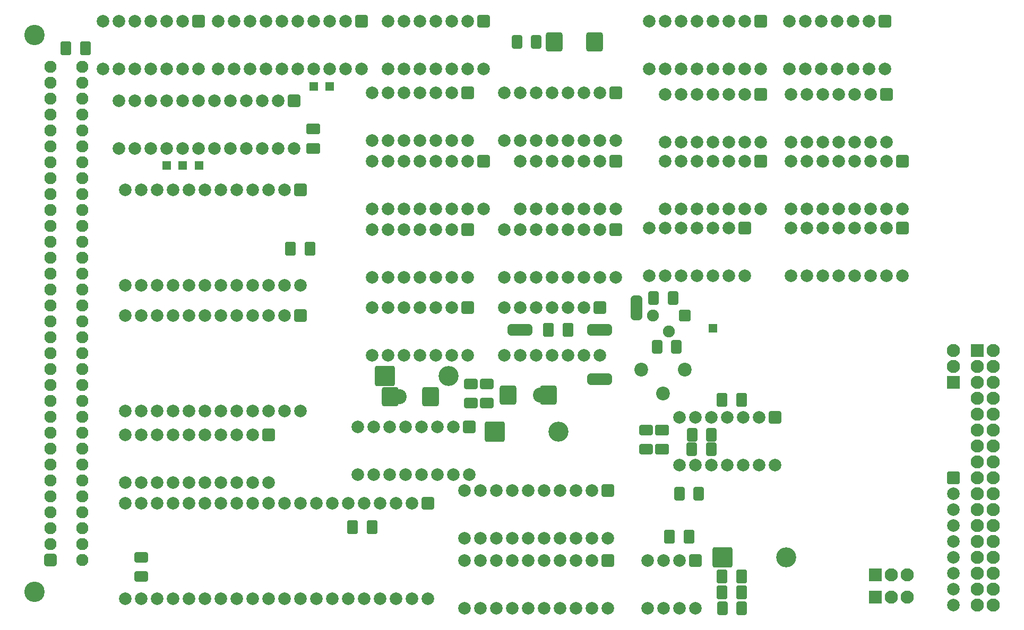
<source format=gbr>
G04 #@! TF.GenerationSoftware,KiCad,Pcbnew,9.0.4-9.0.4-0~ubuntu22.04.1*
G04 #@! TF.CreationDate,2025-09-10T11:35:59+02:00*
G04 #@! TF.ProjectId,Exorset_Floppy,45786f72-7365-4745-9f46-6c6f7070792e,rev?*
G04 #@! TF.SameCoordinates,Original*
G04 #@! TF.FileFunction,Soldermask,Bot*
G04 #@! TF.FilePolarity,Negative*
%FSLAX46Y46*%
G04 Gerber Fmt 4.6, Leading zero omitted, Abs format (unit mm)*
G04 Created by KiCad (PCBNEW 9.0.4-9.0.4-0~ubuntu22.04.1) date 2025-09-10 11:35:59*
%MOMM*%
%LPD*%
G01*
G04 APERTURE LIST*
G04 Aperture macros list*
%AMRoundRect*
0 Rectangle with rounded corners*
0 $1 Rounding radius*
0 $2 $3 $4 $5 $6 $7 $8 $9 X,Y pos of 4 corners*
0 Add a 4 corners polygon primitive as box body*
4,1,4,$2,$3,$4,$5,$6,$7,$8,$9,$2,$3,0*
0 Add four circle primitives for the rounded corners*
1,1,$1+$1,$2,$3*
1,1,$1+$1,$4,$5*
1,1,$1+$1,$6,$7*
1,1,$1+$1,$8,$9*
0 Add four rect primitives between the rounded corners*
20,1,$1+$1,$2,$3,$4,$5,0*
20,1,$1+$1,$4,$5,$6,$7,0*
20,1,$1+$1,$6,$7,$8,$9,0*
20,1,$1+$1,$8,$9,$2,$3,0*%
%AMFreePoly0*
4,1,43,0.636777,0.930194,0.706366,0.874698,0.744986,0.794504,0.750000,0.750000,0.750000,-0.750000,0.730194,-0.836777,0.674698,-0.906366,0.594504,-0.944986,0.550000,-0.950000,0.000000,-0.950000,-0.018743,-0.945722,-0.065263,-0.945722,-0.117026,-0.938907,-0.243105,-0.905125,-0.291342,-0.885145,-0.404381,-0.819882,-0.445802,-0.788098,-0.538098,-0.695802,-0.569882,-0.654381,-0.635145,-0.541342,
-0.655125,-0.493105,-0.688907,-0.367026,-0.695722,-0.315263,-0.695722,-0.287971,-0.700000,-0.250000,-0.700000,0.250000,-0.695722,0.268743,-0.695722,0.315263,-0.688907,0.367026,-0.655125,0.493105,-0.635145,0.541342,-0.569882,0.654381,-0.538098,0.695802,-0.445802,0.788098,-0.404381,0.819882,-0.291342,0.885145,-0.243105,0.905125,-0.117026,0.938907,-0.065263,0.945722,-0.037971,0.945722,
0.000000,0.950000,0.550000,0.950000,0.636777,0.930194,0.636777,0.930194,$1*%
%AMFreePoly1*
4,1,43,0.018743,0.945722,0.065263,0.945722,0.117026,0.938907,0.243105,0.905125,0.291342,0.885145,0.404381,0.819882,0.445802,0.788098,0.538098,0.695802,0.569882,0.654381,0.635145,0.541342,0.655125,0.493105,0.688907,0.367026,0.695722,0.315263,0.695722,0.287971,0.700000,0.250000,0.700000,-0.250000,0.695722,-0.268743,0.695722,-0.315263,0.688907,-0.367026,0.655125,-0.493105,
0.635145,-0.541342,0.569882,-0.654381,0.538098,-0.695802,0.445802,-0.788098,0.404381,-0.819882,0.291342,-0.885145,0.243105,-0.905125,0.117026,-0.938907,0.065263,-0.945722,0.037971,-0.945722,0.000000,-0.950000,-0.550000,-0.950000,-0.636777,-0.930194,-0.706366,-0.874698,-0.744986,-0.794504,-0.750000,-0.750000,-0.750000,0.750000,-0.730194,0.836777,-0.674698,0.906366,-0.594504,0.944986,
-0.550000,0.950000,0.000000,0.950000,0.018743,0.945722,0.018743,0.945722,$1*%
G04 Aperture macros list end*
%ADD10RoundRect,0.200000X0.500000X-0.500000X0.500000X0.500000X-0.500000X0.500000X-0.500000X-0.500000X0*%
%ADD11RoundRect,0.316667X0.633333X0.633333X-0.633333X0.633333X-0.633333X-0.633333X0.633333X-0.633333X0*%
%ADD12C,1.900000*%
%ADD13C,2.000000*%
%ADD14RoundRect,0.312500X-0.687500X0.687500X-0.687500X-0.687500X0.687500X-0.687500X0.687500X0.687500X0*%
%ADD15RoundRect,0.285715X-1.314285X-1.314285X1.314285X-1.314285X1.314285X1.314285X-1.314285X1.314285X0*%
%ADD16C,3.200000*%
%ADD17RoundRect,0.200000X0.850000X-0.850000X0.850000X0.850000X-0.850000X0.850000X-0.850000X-0.850000X0*%
%ADD18C,2.100000*%
%ADD19RoundRect,0.200000X0.850000X0.850000X-0.850000X0.850000X-0.850000X-0.850000X0.850000X-0.850000X0*%
%ADD20C,2.200000*%
%ADD21RoundRect,0.300000X0.900000X0.900000X-0.900000X0.900000X-0.900000X-0.900000X0.900000X-0.900000X0*%
%ADD22C,2.400000*%
%ADD23RoundRect,0.200000X-0.850000X-0.850000X0.850000X-0.850000X0.850000X0.850000X-0.850000X0.850000X0*%
%ADD24C,3.250000*%
%ADD25RoundRect,0.314516X0.660484X-0.660484X0.660484X0.660484X-0.660484X0.660484X-0.660484X-0.660484X0*%
%ADD26C,1.950000*%
%ADD27RoundRect,0.300000X-0.900000X-0.900000X0.900000X-0.900000X0.900000X0.900000X-0.900000X0.900000X0*%
%ADD28RoundRect,0.200000X-0.500000X-0.500000X0.500000X-0.500000X0.500000X0.500000X-0.500000X0.500000X0*%
%ADD29RoundRect,0.200000X-0.800000X0.800000X-0.800000X-0.800000X0.800000X-0.800000X0.800000X0.800000X0*%
%ADD30RoundRect,0.326924X-0.748076X0.523076X-0.748076X-0.523076X0.748076X-0.523076X0.748076X0.523076X0*%
%ADD31FreePoly0,0.000000*%
%ADD32RoundRect,0.200000X-0.500000X-0.750000X0.500000X-0.750000X0.500000X0.750000X-0.500000X0.750000X0*%
%ADD33FreePoly1,0.000000*%
%ADD34FreePoly0,90.000000*%
%ADD35RoundRect,0.200000X0.750000X-0.500000X0.750000X0.500000X-0.750000X0.500000X-0.750000X-0.500000X0*%
%ADD36FreePoly1,90.000000*%
%ADD37RoundRect,0.326924X0.523076X0.748076X-0.523076X0.748076X-0.523076X-0.748076X0.523076X-0.748076X0*%
%ADD38RoundRect,0.325471X-0.537029X-0.774529X0.537029X-0.774529X0.537029X0.774529X-0.537029X0.774529X0*%
%ADD39RoundRect,0.325471X-0.774529X0.537029X-0.774529X-0.537029X0.774529X-0.537029X0.774529X0.537029X0*%
%ADD40RoundRect,0.325471X0.774529X-0.537029X0.774529X0.537029X-0.774529X0.537029X-0.774529X-0.537029X0*%
%ADD41RoundRect,0.326924X-0.523076X-0.748076X0.523076X-0.748076X0.523076X0.748076X-0.523076X0.748076X0*%
%ADD42RoundRect,0.294545X-1.027955X-1.200455X1.027955X-1.200455X1.027955X1.200455X-1.027955X1.200455X0*%
%ADD43RoundRect,0.294545X1.027955X1.200455X-1.027955X1.200455X-1.027955X-1.200455X1.027955X-1.200455X0*%
%ADD44RoundRect,0.325471X0.537029X0.774529X-0.537029X0.774529X-0.537029X-0.774529X0.537029X-0.774529X0*%
G04 APERTURE END LIST*
G36*
X152128000Y-103366000D02*
G01*
X153628000Y-103366000D01*
X153628000Y-101866000D01*
X152128000Y-101866000D01*
X152128000Y-103366000D01*
G37*
G36*
X159500000Y-99840000D02*
G01*
X158000000Y-99840000D01*
X158000000Y-98340000D01*
X159500000Y-98340000D01*
X159500000Y-99840000D01*
G37*
G36*
X152128000Y-111240000D02*
G01*
X153628000Y-111240000D01*
X153628000Y-109740000D01*
X152128000Y-109740000D01*
X152128000Y-111240000D01*
G37*
G36*
X139428000Y-103366000D02*
G01*
X140928000Y-103366000D01*
X140928000Y-101866000D01*
X139428000Y-101866000D01*
X139428000Y-103366000D01*
G37*
D10*
X89027000Y-76327000D03*
X86360000Y-76327000D03*
X83820000Y-76327000D03*
D11*
X166497000Y-100330000D03*
D12*
X163957000Y-102870000D03*
X161417000Y-100330000D03*
D13*
X134366000Y-60960000D03*
X131826000Y-60960000D03*
X129286000Y-60960000D03*
X126746000Y-60960000D03*
X124206000Y-60960000D03*
X121666000Y-60960000D03*
X119126000Y-60960000D03*
X119126000Y-53340000D03*
X121666000Y-53340000D03*
X124206000Y-53340000D03*
X126746000Y-53340000D03*
X129286000Y-53340000D03*
X131826000Y-53340000D03*
D14*
X134366000Y-53340000D03*
X114935000Y-53345000D03*
D13*
X112395000Y-53345000D03*
X109855000Y-53345000D03*
X107315000Y-53345000D03*
X104775000Y-53345000D03*
X102235000Y-53345000D03*
X99695000Y-53345000D03*
X97155000Y-53345000D03*
X94615000Y-53345000D03*
X92075000Y-53345000D03*
X92075000Y-60965000D03*
X94615000Y-60965000D03*
X97155000Y-60965000D03*
X99695000Y-60965000D03*
X102235000Y-60965000D03*
X104775000Y-60965000D03*
X107315000Y-60965000D03*
X109855000Y-60965000D03*
X112395000Y-60965000D03*
X114935000Y-60965000D03*
D10*
X109855000Y-63754000D03*
X107315000Y-63754000D03*
D15*
X118618000Y-109982000D03*
D16*
X128778000Y-109982000D03*
D14*
X134366000Y-75692000D03*
D13*
X131826000Y-75692000D03*
X129286000Y-75692000D03*
X126746000Y-75692000D03*
X124206000Y-75692000D03*
X121666000Y-75692000D03*
X119126000Y-75692000D03*
X116586000Y-75692000D03*
X116586000Y-83312000D03*
X119126000Y-83312000D03*
X121666000Y-83312000D03*
X124206000Y-83312000D03*
X126746000Y-83312000D03*
X129286000Y-83312000D03*
X131826000Y-83312000D03*
X134366000Y-83312000D03*
D17*
X196850000Y-141732000D03*
D18*
X199390000Y-141732000D03*
X201930000Y-141732000D03*
D14*
X155448000Y-86614000D03*
D13*
X152908000Y-86614000D03*
X150368000Y-86614000D03*
X147828000Y-86614000D03*
X145288000Y-86614000D03*
X142748000Y-86614000D03*
X140208000Y-86614000D03*
X137668000Y-86614000D03*
X137668000Y-94234000D03*
X140208000Y-94234000D03*
X142748000Y-94234000D03*
X145288000Y-94234000D03*
X147828000Y-94234000D03*
X150368000Y-94234000D03*
X152908000Y-94234000D03*
X155448000Y-94234000D03*
D15*
X172466000Y-138938000D03*
D16*
X182626000Y-138938000D03*
D14*
X176022000Y-86360000D03*
D13*
X173482000Y-86360000D03*
X170942000Y-86360000D03*
X168402000Y-86360000D03*
X165862000Y-86360000D03*
X163322000Y-86360000D03*
X160782000Y-86360000D03*
X160782000Y-93980000D03*
X163322000Y-93980000D03*
X165862000Y-93980000D03*
X168402000Y-93980000D03*
X170942000Y-93980000D03*
X173482000Y-93980000D03*
X176022000Y-93980000D03*
D15*
X136144000Y-118872000D03*
D16*
X146304000Y-118872000D03*
D14*
X198628000Y-65024000D03*
D13*
X196088000Y-65024000D03*
X193548000Y-65024000D03*
X191008000Y-65024000D03*
X188468000Y-65024000D03*
X185928000Y-65024000D03*
X183388000Y-65024000D03*
X183388000Y-72644000D03*
X185928000Y-72644000D03*
X188468000Y-72644000D03*
X191008000Y-72644000D03*
X193548000Y-72644000D03*
X196088000Y-72644000D03*
X198628000Y-72644000D03*
D19*
X209296000Y-110998000D03*
D18*
X209296000Y-108458000D03*
X209296000Y-105918000D03*
D14*
X168148000Y-139451000D03*
D13*
X165608000Y-139451000D03*
X163068000Y-139451000D03*
X160528000Y-139451000D03*
X160528000Y-147071000D03*
X163068000Y-147071000D03*
X165608000Y-147071000D03*
X168148000Y-147071000D03*
D20*
X163004500Y-112776000D03*
X166497000Y-108966000D03*
X159512000Y-108966000D03*
D14*
X131826000Y-99060000D03*
D13*
X129286000Y-99060000D03*
X126746000Y-99060000D03*
X124206000Y-99060000D03*
X121666000Y-99060000D03*
X119126000Y-99060000D03*
X116586000Y-99060000D03*
X116586000Y-106680000D03*
X119126000Y-106680000D03*
X121666000Y-106680000D03*
X124206000Y-106680000D03*
X126746000Y-106680000D03*
X129286000Y-106680000D03*
X131826000Y-106680000D03*
D14*
X178562000Y-53340000D03*
D13*
X176022000Y-53340000D03*
X173482000Y-53340000D03*
X170942000Y-53340000D03*
X168402000Y-53340000D03*
X165862000Y-53340000D03*
X163322000Y-53340000D03*
X160782000Y-53340000D03*
X160782000Y-60960000D03*
X163322000Y-60960000D03*
X165862000Y-60960000D03*
X168402000Y-60960000D03*
X170942000Y-60960000D03*
X173482000Y-60960000D03*
X176022000Y-60960000D03*
X178562000Y-60960000D03*
D14*
X201168000Y-86360000D03*
D13*
X198628000Y-86360000D03*
X196088000Y-86360000D03*
X193548000Y-86360000D03*
X191008000Y-86360000D03*
X188468000Y-86360000D03*
X185928000Y-86360000D03*
X183388000Y-86360000D03*
X183388000Y-93980000D03*
X185928000Y-93980000D03*
X188468000Y-93980000D03*
X191008000Y-93980000D03*
X193548000Y-93980000D03*
X196088000Y-93980000D03*
X198628000Y-93980000D03*
X201168000Y-93980000D03*
D14*
X154178000Y-128270000D03*
D13*
X151638000Y-128270000D03*
X149098000Y-128270000D03*
X146558000Y-128270000D03*
X144018000Y-128270000D03*
X141478000Y-128270000D03*
X138938000Y-128270000D03*
X136398000Y-128270000D03*
X133858000Y-128270000D03*
X131318000Y-128270000D03*
X131318000Y-135890000D03*
X133858000Y-135890000D03*
X136398000Y-135890000D03*
X138938000Y-135890000D03*
X141478000Y-135890000D03*
X144018000Y-135890000D03*
X146558000Y-135890000D03*
X149098000Y-135890000D03*
X151638000Y-135890000D03*
X154178000Y-135890000D03*
D14*
X100076000Y-119385000D03*
D13*
X97536000Y-119385000D03*
X94996000Y-119385000D03*
X92456000Y-119385000D03*
X89916000Y-119385000D03*
X87376000Y-119385000D03*
X84836000Y-119385000D03*
X82296000Y-119385000D03*
X79756000Y-119385000D03*
X77216000Y-119385000D03*
X77216000Y-127005000D03*
X79756000Y-127005000D03*
X82296000Y-127005000D03*
X84836000Y-127005000D03*
X87376000Y-127005000D03*
X89916000Y-127005000D03*
X92456000Y-127005000D03*
X94996000Y-127005000D03*
X97536000Y-127005000D03*
X100076000Y-127005000D03*
D14*
X132080000Y-118110000D03*
D13*
X129540000Y-118110000D03*
X127000000Y-118110000D03*
X124460000Y-118110000D03*
X121920000Y-118110000D03*
X119380000Y-118110000D03*
X116840000Y-118110000D03*
X114300000Y-118110000D03*
X114300000Y-125730000D03*
X116840000Y-125730000D03*
X119380000Y-125730000D03*
X121920000Y-125730000D03*
X124460000Y-125730000D03*
X127000000Y-125730000D03*
X129540000Y-125730000D03*
X132080000Y-125730000D03*
D14*
X178562000Y-65024000D03*
D13*
X176022000Y-65024000D03*
X173482000Y-65024000D03*
X170942000Y-65024000D03*
X168402000Y-65024000D03*
X165862000Y-65024000D03*
X163322000Y-65024000D03*
X163322000Y-72644000D03*
X165862000Y-72644000D03*
X168402000Y-72644000D03*
X170942000Y-72644000D03*
X173482000Y-72644000D03*
X176022000Y-72644000D03*
X178562000Y-72644000D03*
D14*
X125476000Y-130302000D03*
D13*
X122936000Y-130302000D03*
X120396000Y-130302000D03*
X117856000Y-130302000D03*
X115316000Y-130302000D03*
X112776000Y-130302000D03*
X110236000Y-130302000D03*
X107696000Y-130302000D03*
X105156000Y-130302000D03*
X102616000Y-130302000D03*
X100076000Y-130302000D03*
X97536000Y-130302000D03*
X94996000Y-130302000D03*
X92456000Y-130302000D03*
X89916000Y-130302000D03*
X87376000Y-130302000D03*
X84836000Y-130302000D03*
X82296000Y-130302000D03*
X79756000Y-130302000D03*
X77216000Y-130302000D03*
X77216000Y-145542000D03*
X79756000Y-145542000D03*
X82296000Y-145542000D03*
X84836000Y-145542000D03*
X87376000Y-145542000D03*
X89916000Y-145542000D03*
X92456000Y-145542000D03*
X94996000Y-145542000D03*
X97536000Y-145542000D03*
X100076000Y-145542000D03*
X102616000Y-145542000D03*
X105156000Y-145542000D03*
X107696000Y-145542000D03*
X110236000Y-145542000D03*
X112776000Y-145542000D03*
X115316000Y-145542000D03*
X117856000Y-145542000D03*
X120396000Y-145542000D03*
X122936000Y-145542000D03*
X125476000Y-145542000D03*
D14*
X155448000Y-75692000D03*
D13*
X152908000Y-75692000D03*
X150368000Y-75692000D03*
X147828000Y-75692000D03*
X145288000Y-75692000D03*
X142748000Y-75692000D03*
X140208000Y-75692000D03*
X140208000Y-83312000D03*
X142748000Y-83312000D03*
X145288000Y-83312000D03*
X147828000Y-83312000D03*
X150368000Y-83312000D03*
X152908000Y-83312000D03*
X155448000Y-83312000D03*
D21*
X125889500Y-113284000D03*
D22*
X120889500Y-113284000D03*
D14*
X152908000Y-99060000D03*
D13*
X150368000Y-99060000D03*
X147828000Y-99060000D03*
X145288000Y-99060000D03*
X142748000Y-99060000D03*
X140208000Y-99060000D03*
X137668000Y-99060000D03*
X137668000Y-106680000D03*
X140208000Y-106680000D03*
X142748000Y-106680000D03*
X145288000Y-106680000D03*
X147828000Y-106680000D03*
X150368000Y-106680000D03*
X152908000Y-106680000D03*
D14*
X178562000Y-75692000D03*
D13*
X176022000Y-75692000D03*
X173482000Y-75692000D03*
X170942000Y-75692000D03*
X168402000Y-75692000D03*
X165862000Y-75692000D03*
X163322000Y-75692000D03*
X163322000Y-83312000D03*
X165862000Y-83312000D03*
X168402000Y-83312000D03*
X170942000Y-83312000D03*
X173482000Y-83312000D03*
X176022000Y-83312000D03*
X178562000Y-83312000D03*
D23*
X213106000Y-105918000D03*
D18*
X215646000Y-105918000D03*
X213106000Y-108458000D03*
X215646000Y-108458000D03*
X213106000Y-110998000D03*
X215646000Y-110998000D03*
X213106000Y-113538000D03*
X215646000Y-113538000D03*
X213106000Y-116078000D03*
X215646000Y-116078000D03*
X213106000Y-118618000D03*
X215646000Y-118618000D03*
X213106000Y-121158000D03*
X215646000Y-121158000D03*
X213106000Y-123698000D03*
X215646000Y-123698000D03*
X213106000Y-126238000D03*
X215646000Y-126238000D03*
X213106000Y-128778000D03*
X215646000Y-128778000D03*
X213106000Y-131318000D03*
X215646000Y-131318000D03*
X213106000Y-133858000D03*
X215646000Y-133858000D03*
X213106000Y-136398000D03*
X215646000Y-136398000D03*
X213106000Y-138938000D03*
X215646000Y-138938000D03*
X213106000Y-141478000D03*
X215646000Y-141478000D03*
X213106000Y-144018000D03*
X215646000Y-144018000D03*
X213106000Y-146558000D03*
X215646000Y-146558000D03*
D14*
X131826000Y-86614000D03*
D13*
X129286000Y-86614000D03*
X126746000Y-86614000D03*
X124206000Y-86614000D03*
X121666000Y-86614000D03*
X119126000Y-86614000D03*
X116586000Y-86614000D03*
X116586000Y-94234000D03*
X119126000Y-94234000D03*
X121666000Y-94234000D03*
X124206000Y-94234000D03*
X126746000Y-94234000D03*
X129286000Y-94234000D03*
X131826000Y-94234000D03*
D14*
X198374000Y-53340000D03*
D13*
X195834000Y-53340000D03*
X193294000Y-53340000D03*
X190754000Y-53340000D03*
X188214000Y-53340000D03*
X185674000Y-53340000D03*
X183134000Y-53340000D03*
X183134000Y-60960000D03*
X185674000Y-60960000D03*
X188214000Y-60960000D03*
X190754000Y-60960000D03*
X193294000Y-60960000D03*
X195834000Y-60960000D03*
X198374000Y-60960000D03*
D24*
X62760000Y-144453000D03*
X62760000Y-55553000D03*
D25*
X65300000Y-139373000D03*
D26*
X65300000Y-136833000D03*
X65300000Y-134293000D03*
X65300000Y-131753000D03*
X65300000Y-129213000D03*
X65300000Y-126673000D03*
X65300000Y-124133000D03*
X65300000Y-121593000D03*
X65300000Y-119053000D03*
X65300000Y-116513000D03*
X65300000Y-113973000D03*
X65300000Y-111433000D03*
X65300000Y-108893000D03*
X65300000Y-106353000D03*
X65300000Y-103813000D03*
X65300000Y-101273000D03*
X65300000Y-98733000D03*
X65300000Y-96193000D03*
X65300000Y-93653000D03*
X65300000Y-91113000D03*
X65300000Y-88573000D03*
X65300000Y-86033000D03*
X65300000Y-83493000D03*
X65300000Y-80953000D03*
X65300000Y-78413000D03*
X65300000Y-75873000D03*
X65300000Y-73333000D03*
X65300000Y-70793000D03*
X65300000Y-68253000D03*
X65300000Y-65713000D03*
X65300000Y-63173000D03*
X65300000Y-60633000D03*
X70380000Y-139373000D03*
X70380000Y-136833000D03*
X70380000Y-134293000D03*
X70380000Y-131753000D03*
X70380000Y-129213000D03*
X70380000Y-126673000D03*
X70380000Y-124133000D03*
X70380000Y-121593000D03*
X70380000Y-119053000D03*
X70380000Y-116513000D03*
X70380000Y-113973000D03*
X70380000Y-111433000D03*
X70380000Y-108893000D03*
X70380000Y-106353000D03*
X70380000Y-103813000D03*
X70380000Y-101273000D03*
X70380000Y-98733000D03*
X70380000Y-96193000D03*
X70380000Y-93653000D03*
X70380000Y-91113000D03*
X70380000Y-88573000D03*
X70380000Y-86033000D03*
X70380000Y-83493000D03*
X70380000Y-80953000D03*
X70380000Y-78413000D03*
X70380000Y-75873000D03*
X70380000Y-73333000D03*
X70380000Y-70793000D03*
X70380000Y-68253000D03*
X70380000Y-65713000D03*
X70380000Y-63173000D03*
X70380000Y-60633000D03*
D27*
X138430000Y-113030000D03*
D22*
X143430000Y-113030000D03*
D14*
X180848000Y-116586000D03*
D13*
X178308000Y-116586000D03*
X175768000Y-116586000D03*
X173228000Y-116586000D03*
X170688000Y-116586000D03*
X168148000Y-116586000D03*
X165608000Y-116586000D03*
X165608000Y-124206000D03*
X168148000Y-124206000D03*
X170688000Y-124206000D03*
X173228000Y-124206000D03*
X175768000Y-124206000D03*
X178308000Y-124206000D03*
X180848000Y-124206000D03*
D17*
X196850000Y-145288000D03*
D18*
X199390000Y-145288000D03*
X201930000Y-145288000D03*
D14*
X105156000Y-80264000D03*
D13*
X102616000Y-80264000D03*
X100076000Y-80264000D03*
X97536000Y-80264000D03*
X94996000Y-80264000D03*
X92456000Y-80264000D03*
X89916000Y-80264000D03*
X87376000Y-80264000D03*
X84836000Y-80264000D03*
X82296000Y-80264000D03*
X79756000Y-80264000D03*
X77216000Y-80264000D03*
X77216000Y-95504000D03*
X79756000Y-95504000D03*
X82296000Y-95504000D03*
X84836000Y-95504000D03*
X87376000Y-95504000D03*
X89916000Y-95504000D03*
X92456000Y-95504000D03*
X94996000Y-95504000D03*
X97536000Y-95504000D03*
X100076000Y-95504000D03*
X102616000Y-95504000D03*
X105156000Y-95504000D03*
D14*
X201168000Y-75697000D03*
D13*
X198628000Y-75697000D03*
X196088000Y-75697000D03*
X193548000Y-75697000D03*
X191008000Y-75697000D03*
X188468000Y-75697000D03*
X185928000Y-75697000D03*
X183388000Y-75697000D03*
X183388000Y-83317000D03*
X185928000Y-83317000D03*
X188468000Y-83317000D03*
X191008000Y-83317000D03*
X193548000Y-83317000D03*
X196088000Y-83317000D03*
X198628000Y-83317000D03*
X201168000Y-83317000D03*
D14*
X105156000Y-100330000D03*
D13*
X102616000Y-100330000D03*
X100076000Y-100330000D03*
X97536000Y-100330000D03*
X94996000Y-100330000D03*
X92456000Y-100330000D03*
X89916000Y-100330000D03*
X87376000Y-100330000D03*
X84836000Y-100330000D03*
X82296000Y-100330000D03*
X79756000Y-100330000D03*
X77216000Y-100330000D03*
X77216000Y-115570000D03*
X79756000Y-115570000D03*
X82296000Y-115570000D03*
X84836000Y-115570000D03*
X87376000Y-115570000D03*
X89916000Y-115570000D03*
X92456000Y-115570000D03*
X94996000Y-115570000D03*
X97536000Y-115570000D03*
X100076000Y-115570000D03*
X102616000Y-115570000D03*
X105156000Y-115570000D03*
D14*
X154178000Y-139446000D03*
D13*
X151638000Y-139446000D03*
X149098000Y-139446000D03*
X146558000Y-139446000D03*
X144018000Y-139446000D03*
X141478000Y-139446000D03*
X138938000Y-139446000D03*
X136398000Y-139446000D03*
X133858000Y-139446000D03*
X131318000Y-139446000D03*
X131318000Y-147066000D03*
X133858000Y-147066000D03*
X136398000Y-147066000D03*
X138938000Y-147066000D03*
X141478000Y-147066000D03*
X144018000Y-147066000D03*
X146558000Y-147066000D03*
X149098000Y-147066000D03*
X151638000Y-147066000D03*
X154178000Y-147066000D03*
D28*
X170942000Y-102362000D03*
D14*
X131826000Y-64770000D03*
D13*
X129286000Y-64770000D03*
X126746000Y-64770000D03*
X124206000Y-64770000D03*
X121666000Y-64770000D03*
X119126000Y-64770000D03*
X116586000Y-64770000D03*
X116586000Y-72390000D03*
X119126000Y-72390000D03*
X121666000Y-72390000D03*
X124206000Y-72390000D03*
X126746000Y-72390000D03*
X129286000Y-72390000D03*
X131826000Y-72390000D03*
D14*
X155448000Y-64770000D03*
D13*
X152908000Y-64770000D03*
X150368000Y-64770000D03*
X147828000Y-64770000D03*
X145288000Y-64770000D03*
X142748000Y-64770000D03*
X140208000Y-64770000D03*
X137668000Y-64770000D03*
X137668000Y-72390000D03*
X140208000Y-72390000D03*
X142748000Y-72390000D03*
X145288000Y-72390000D03*
X147828000Y-72390000D03*
X150368000Y-72390000D03*
X152908000Y-72390000D03*
X155448000Y-72390000D03*
D29*
X209296000Y-126238000D03*
D13*
X209296000Y-128778000D03*
X209296000Y-131318000D03*
X209296000Y-133858000D03*
X209296000Y-136398000D03*
X209296000Y-138938000D03*
X209296000Y-141478000D03*
X209296000Y-144018000D03*
X209296000Y-146558000D03*
D30*
X79756000Y-138912000D03*
X79756000Y-142012000D03*
D31*
X151578000Y-102616000D03*
D32*
X152878000Y-102616000D03*
D33*
X154178000Y-102616000D03*
D34*
X158750000Y-100390000D03*
D35*
X158750000Y-99090000D03*
D36*
X158750000Y-97790000D03*
D37*
X168682000Y-128778000D03*
X165582000Y-128778000D03*
D38*
X164045500Y-135636000D03*
X167170500Y-135636000D03*
X113461000Y-134112000D03*
X116586000Y-134112000D03*
D37*
X170714000Y-119380000D03*
X167614000Y-119380000D03*
D39*
X107188000Y-70535000D03*
X107188000Y-73660000D03*
D30*
X160274000Y-118592000D03*
X160274000Y-121692000D03*
D38*
X144741500Y-102616000D03*
X147866500Y-102616000D03*
D40*
X162814000Y-121704500D03*
X162814000Y-118579500D03*
D41*
X162026000Y-105283000D03*
X165126000Y-105283000D03*
D37*
X170688000Y-121666000D03*
X167588000Y-121666000D03*
D38*
X172427500Y-144526000D03*
X175552500Y-144526000D03*
D42*
X138270500Y-113030000D03*
X144685500Y-113030000D03*
D37*
X142800000Y-56642000D03*
X139700000Y-56642000D03*
D38*
X103555000Y-89662000D03*
X106680000Y-89662000D03*
D42*
X145636500Y-56642000D03*
X152051500Y-56642000D03*
D30*
X134874000Y-111226000D03*
X134874000Y-114326000D03*
D31*
X151578000Y-110490000D03*
D32*
X152878000Y-110490000D03*
D33*
X154178000Y-110490000D03*
D37*
X164592000Y-97536000D03*
X161492000Y-97536000D03*
D43*
X125889500Y-113284000D03*
X119474500Y-113284000D03*
D38*
X172427500Y-141986000D03*
X175552500Y-141986000D03*
D31*
X138878000Y-102616000D03*
D32*
X140178000Y-102616000D03*
D33*
X141478000Y-102616000D03*
D30*
X132334000Y-111226000D03*
X132334000Y-114326000D03*
D37*
X175566000Y-147066000D03*
X172466000Y-147066000D03*
D38*
X67741000Y-57658000D03*
X70866000Y-57658000D03*
D44*
X175552500Y-113792000D03*
X172427500Y-113792000D03*
D14*
X88900000Y-53340000D03*
D13*
X86360000Y-53340000D03*
X83820000Y-53340000D03*
X81280000Y-53340000D03*
X78740000Y-53340000D03*
X76200000Y-53340000D03*
X73660000Y-53340000D03*
X73660000Y-60960000D03*
X76200000Y-60960000D03*
X78740000Y-60960000D03*
X81280000Y-60960000D03*
X83820000Y-60960000D03*
X86360000Y-60960000D03*
X88900000Y-60960000D03*
D14*
X104140000Y-66040000D03*
D13*
X101600000Y-66040000D03*
X99060000Y-66040000D03*
X96520000Y-66040000D03*
X93980000Y-66040000D03*
X91440000Y-66040000D03*
X88900000Y-66040000D03*
X86360000Y-66040000D03*
X83820000Y-66040000D03*
X81280000Y-66040000D03*
X78740000Y-66040000D03*
X76200000Y-66040000D03*
X76200000Y-73660000D03*
X78740000Y-73660000D03*
X81280000Y-73660000D03*
X83820000Y-73660000D03*
X86360000Y-73660000D03*
X88900000Y-73660000D03*
X91440000Y-73660000D03*
X93980000Y-73660000D03*
X96520000Y-73660000D03*
X99060000Y-73660000D03*
X101600000Y-73660000D03*
X104140000Y-73660000D03*
M02*

</source>
